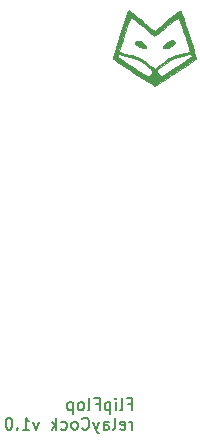
<source format=gbr>
G04 #@! TF.FileFunction,Legend,Bot*
%FSLAX46Y46*%
G04 Gerber Fmt 4.6, Leading zero omitted, Abs format (unit mm)*
G04 Created by KiCad (PCBNEW 4.0.4+e1-6308~48~ubuntu16.04.1-stable) date Mon Jan 22 19:58:00 2018*
%MOMM*%
%LPD*%
G01*
G04 APERTURE LIST*
%ADD10C,0.100000*%
%ADD11C,0.150000*%
%ADD12C,0.010000*%
G04 APERTURE END LIST*
D10*
D11*
X121653571Y-139743571D02*
X121986905Y-139743571D01*
X121986905Y-140267381D02*
X121986905Y-139267381D01*
X121510714Y-139267381D01*
X120986905Y-140267381D02*
X121082143Y-140219762D01*
X121129762Y-140124524D01*
X121129762Y-139267381D01*
X120605952Y-140267381D02*
X120605952Y-139600714D01*
X120605952Y-139267381D02*
X120653571Y-139315000D01*
X120605952Y-139362619D01*
X120558333Y-139315000D01*
X120605952Y-139267381D01*
X120605952Y-139362619D01*
X120129762Y-139600714D02*
X120129762Y-140600714D01*
X120129762Y-139648333D02*
X120034524Y-139600714D01*
X119844047Y-139600714D01*
X119748809Y-139648333D01*
X119701190Y-139695952D01*
X119653571Y-139791190D01*
X119653571Y-140076905D01*
X119701190Y-140172143D01*
X119748809Y-140219762D01*
X119844047Y-140267381D01*
X120034524Y-140267381D01*
X120129762Y-140219762D01*
X118891666Y-139743571D02*
X119225000Y-139743571D01*
X119225000Y-140267381D02*
X119225000Y-139267381D01*
X118748809Y-139267381D01*
X118225000Y-140267381D02*
X118320238Y-140219762D01*
X118367857Y-140124524D01*
X118367857Y-139267381D01*
X117701190Y-140267381D02*
X117796428Y-140219762D01*
X117844047Y-140172143D01*
X117891666Y-140076905D01*
X117891666Y-139791190D01*
X117844047Y-139695952D01*
X117796428Y-139648333D01*
X117701190Y-139600714D01*
X117558332Y-139600714D01*
X117463094Y-139648333D01*
X117415475Y-139695952D01*
X117367856Y-139791190D01*
X117367856Y-140076905D01*
X117415475Y-140172143D01*
X117463094Y-140219762D01*
X117558332Y-140267381D01*
X117701190Y-140267381D01*
X116939285Y-139600714D02*
X116939285Y-140600714D01*
X116939285Y-139648333D02*
X116844047Y-139600714D01*
X116653570Y-139600714D01*
X116558332Y-139648333D01*
X116510713Y-139695952D01*
X116463094Y-139791190D01*
X116463094Y-140076905D01*
X116510713Y-140172143D01*
X116558332Y-140219762D01*
X116653570Y-140267381D01*
X116844047Y-140267381D01*
X116939285Y-140219762D01*
X121986905Y-141917381D02*
X121986905Y-141250714D01*
X121986905Y-141441190D02*
X121939286Y-141345952D01*
X121891667Y-141298333D01*
X121796429Y-141250714D01*
X121701190Y-141250714D01*
X120986904Y-141869762D02*
X121082142Y-141917381D01*
X121272619Y-141917381D01*
X121367857Y-141869762D01*
X121415476Y-141774524D01*
X121415476Y-141393571D01*
X121367857Y-141298333D01*
X121272619Y-141250714D01*
X121082142Y-141250714D01*
X120986904Y-141298333D01*
X120939285Y-141393571D01*
X120939285Y-141488810D01*
X121415476Y-141584048D01*
X120367857Y-141917381D02*
X120463095Y-141869762D01*
X120510714Y-141774524D01*
X120510714Y-140917381D01*
X119558332Y-141917381D02*
X119558332Y-141393571D01*
X119605951Y-141298333D01*
X119701189Y-141250714D01*
X119891666Y-141250714D01*
X119986904Y-141298333D01*
X119558332Y-141869762D02*
X119653570Y-141917381D01*
X119891666Y-141917381D01*
X119986904Y-141869762D01*
X120034523Y-141774524D01*
X120034523Y-141679286D01*
X119986904Y-141584048D01*
X119891666Y-141536429D01*
X119653570Y-141536429D01*
X119558332Y-141488810D01*
X119177380Y-141250714D02*
X118939285Y-141917381D01*
X118701189Y-141250714D02*
X118939285Y-141917381D01*
X119034523Y-142155476D01*
X119082142Y-142203095D01*
X119177380Y-142250714D01*
X117748808Y-141822143D02*
X117796427Y-141869762D01*
X117939284Y-141917381D01*
X118034522Y-141917381D01*
X118177380Y-141869762D01*
X118272618Y-141774524D01*
X118320237Y-141679286D01*
X118367856Y-141488810D01*
X118367856Y-141345952D01*
X118320237Y-141155476D01*
X118272618Y-141060238D01*
X118177380Y-140965000D01*
X118034522Y-140917381D01*
X117939284Y-140917381D01*
X117796427Y-140965000D01*
X117748808Y-141012619D01*
X117177380Y-141917381D02*
X117272618Y-141869762D01*
X117320237Y-141822143D01*
X117367856Y-141726905D01*
X117367856Y-141441190D01*
X117320237Y-141345952D01*
X117272618Y-141298333D01*
X117177380Y-141250714D01*
X117034522Y-141250714D01*
X116939284Y-141298333D01*
X116891665Y-141345952D01*
X116844046Y-141441190D01*
X116844046Y-141726905D01*
X116891665Y-141822143D01*
X116939284Y-141869762D01*
X117034522Y-141917381D01*
X117177380Y-141917381D01*
X115986903Y-141869762D02*
X116082141Y-141917381D01*
X116272618Y-141917381D01*
X116367856Y-141869762D01*
X116415475Y-141822143D01*
X116463094Y-141726905D01*
X116463094Y-141441190D01*
X116415475Y-141345952D01*
X116367856Y-141298333D01*
X116272618Y-141250714D01*
X116082141Y-141250714D01*
X115986903Y-141298333D01*
X115558332Y-141917381D02*
X115558332Y-140917381D01*
X115463094Y-141536429D02*
X115177379Y-141917381D01*
X115177379Y-141250714D02*
X115558332Y-141631667D01*
X114082141Y-141250714D02*
X113844046Y-141917381D01*
X113605950Y-141250714D01*
X112701188Y-141917381D02*
X113272617Y-141917381D01*
X112986903Y-141917381D02*
X112986903Y-140917381D01*
X113082141Y-141060238D01*
X113177379Y-141155476D01*
X113272617Y-141203095D01*
X112272617Y-141822143D02*
X112224998Y-141869762D01*
X112272617Y-141917381D01*
X112320236Y-141869762D01*
X112272617Y-141822143D01*
X112272617Y-141917381D01*
X111605951Y-140917381D02*
X111510712Y-140917381D01*
X111415474Y-140965000D01*
X111367855Y-141012619D01*
X111320236Y-141107857D01*
X111272617Y-141298333D01*
X111272617Y-141536429D01*
X111320236Y-141726905D01*
X111367855Y-141822143D01*
X111415474Y-141869762D01*
X111510712Y-141917381D01*
X111605951Y-141917381D01*
X111701189Y-141869762D01*
X111748808Y-141822143D01*
X111796427Y-141726905D01*
X111844046Y-141536429D01*
X111844046Y-141298333D01*
X111796427Y-141107857D01*
X111748808Y-141012619D01*
X111701189Y-140965000D01*
X111605951Y-140917381D01*
D12*
G36*
X121641767Y-106470991D02*
X121559826Y-106688239D01*
X121441280Y-107023838D01*
X121293592Y-107456315D01*
X121124226Y-107964194D01*
X120969479Y-108437025D01*
X120761952Y-109081907D01*
X120605004Y-109584441D01*
X120494083Y-109962385D01*
X120424633Y-110233497D01*
X120392101Y-110415537D01*
X120391932Y-110526261D01*
X120419146Y-110583038D01*
X120514713Y-110652408D01*
X120724871Y-110794307D01*
X121025809Y-110993369D01*
X121393719Y-111234226D01*
X121804792Y-111501511D01*
X122235216Y-111779858D01*
X122661184Y-112053899D01*
X123058886Y-112308268D01*
X123404511Y-112527596D01*
X123674251Y-112696518D01*
X123844297Y-112799667D01*
X123892215Y-112824614D01*
X123967439Y-112779795D01*
X124164642Y-112655224D01*
X124463966Y-112463646D01*
X124845550Y-112217803D01*
X125289536Y-111930439D01*
X125607260Y-111724121D01*
X126085761Y-111411910D01*
X126518180Y-111127675D01*
X126883777Y-110885218D01*
X127161809Y-110698345D01*
X127331535Y-110580859D01*
X127373608Y-110548592D01*
X127365828Y-110454750D01*
X127320984Y-110265833D01*
X127007682Y-110265833D01*
X126932901Y-110375514D01*
X126710806Y-110563605D01*
X126343377Y-110828608D01*
X125832592Y-111169024D01*
X125716515Y-111244025D01*
X124426333Y-112074050D01*
X124235833Y-111853137D01*
X124106896Y-111684441D01*
X124052969Y-111580438D01*
X123706667Y-111580438D01*
X123653278Y-111702825D01*
X123525741Y-111865673D01*
X123459213Y-111938416D01*
X123400039Y-111986717D01*
X123327803Y-112001609D01*
X123222087Y-111974125D01*
X123062473Y-111895298D01*
X122828545Y-111756161D01*
X122499884Y-111547747D01*
X122056073Y-111261088D01*
X121859006Y-111133667D01*
X121371687Y-110808992D01*
X121020411Y-110552986D01*
X120809805Y-110369253D01*
X120744237Y-110265833D01*
X120766866Y-110140000D01*
X120792727Y-110117667D01*
X120915565Y-110138770D01*
X121154088Y-110193873D01*
X121461102Y-110270666D01*
X121789414Y-110356840D01*
X122091830Y-110440086D01*
X122321157Y-110508093D01*
X122414329Y-110540631D01*
X122586137Y-110637635D01*
X122821948Y-110800834D01*
X123085610Y-111001142D01*
X123340973Y-111209471D01*
X123551886Y-111396735D01*
X123682199Y-111533847D01*
X123706667Y-111580438D01*
X124052969Y-111580438D01*
X124046047Y-111567089D01*
X124045333Y-111560007D01*
X124106835Y-111483403D01*
X124267214Y-111334643D01*
X124490288Y-111143706D01*
X124739871Y-110940571D01*
X124979778Y-110755218D01*
X125173824Y-110617625D01*
X125211434Y-110593896D01*
X125341611Y-110541810D01*
X125588577Y-110462223D01*
X125904789Y-110368490D01*
X126242707Y-110273968D01*
X126554787Y-110192013D01*
X126793488Y-110135983D01*
X126902833Y-110118718D01*
X126991920Y-110187270D01*
X127007682Y-110265833D01*
X127320984Y-110265833D01*
X127311818Y-110227220D01*
X127232050Y-109936575D01*
X126907167Y-109936575D01*
X126090084Y-110132922D01*
X125690603Y-110235735D01*
X125392307Y-110337779D01*
X125133746Y-110468683D01*
X124853471Y-110658079D01*
X124595667Y-110853537D01*
X124309371Y-111073575D01*
X124077072Y-111249173D01*
X123928414Y-111358094D01*
X123890185Y-111382735D01*
X123815657Y-111336549D01*
X123638024Y-111208292D01*
X123387592Y-111020179D01*
X123212852Y-110886167D01*
X122883234Y-110641244D01*
X122610870Y-110472101D01*
X122333347Y-110348728D01*
X121988255Y-110241114D01*
X121731344Y-110173789D01*
X121380974Y-110082905D01*
X121098789Y-110005710D01*
X120920598Y-109952234D01*
X120877032Y-109934455D01*
X120890844Y-109844217D01*
X120950278Y-109626235D01*
X121045118Y-109311440D01*
X121165142Y-108930761D01*
X121300134Y-108515130D01*
X121439873Y-108095476D01*
X121574141Y-107702732D01*
X121692720Y-107367827D01*
X121785389Y-107121692D01*
X121841930Y-106995257D01*
X121851478Y-106985000D01*
X121934676Y-107037063D01*
X122121762Y-107180309D01*
X122388397Y-107395329D01*
X122710240Y-107662709D01*
X122860000Y-107789333D01*
X123198112Y-108073298D01*
X123491477Y-108313277D01*
X123715764Y-108489860D01*
X123846644Y-108583636D01*
X123868178Y-108593667D01*
X123951348Y-108541811D01*
X124138895Y-108399063D01*
X124406560Y-108184655D01*
X124730084Y-107917815D01*
X124888831Y-107784573D01*
X125228421Y-107505675D01*
X125523604Y-107277670D01*
X125750412Y-107117957D01*
X125884874Y-107043937D01*
X125909393Y-107043740D01*
X125954978Y-107142957D01*
X126043117Y-107375783D01*
X126163996Y-107714797D01*
X126307804Y-108132573D01*
X126439136Y-108524287D01*
X126907167Y-109936575D01*
X127232050Y-109936575D01*
X127219978Y-109892591D01*
X127098705Y-109477454D01*
X126956398Y-109008401D01*
X126801456Y-108512021D01*
X126642276Y-108014907D01*
X126487257Y-107543647D01*
X126344797Y-107124834D01*
X126223294Y-106785057D01*
X126131147Y-106550908D01*
X126079717Y-106451858D01*
X125998253Y-106481050D01*
X125812030Y-106604927D01*
X125543721Y-106806663D01*
X125216001Y-107069435D01*
X124968458Y-107276376D01*
X124613364Y-107575902D01*
X124304324Y-107832609D01*
X124063791Y-108028162D01*
X123914220Y-108144227D01*
X123876000Y-108168393D01*
X123800322Y-108116585D01*
X123618187Y-107973313D01*
X123352118Y-107756832D01*
X123024638Y-107485394D01*
X122780306Y-107280375D01*
X122423741Y-106982171D01*
X122112905Y-106726756D01*
X121870439Y-106532372D01*
X121718985Y-106417261D01*
X121679640Y-106393570D01*
X121641767Y-106470991D01*
X121641767Y-106470991D01*
G37*
X121641767Y-106470991D02*
X121559826Y-106688239D01*
X121441280Y-107023838D01*
X121293592Y-107456315D01*
X121124226Y-107964194D01*
X120969479Y-108437025D01*
X120761952Y-109081907D01*
X120605004Y-109584441D01*
X120494083Y-109962385D01*
X120424633Y-110233497D01*
X120392101Y-110415537D01*
X120391932Y-110526261D01*
X120419146Y-110583038D01*
X120514713Y-110652408D01*
X120724871Y-110794307D01*
X121025809Y-110993369D01*
X121393719Y-111234226D01*
X121804792Y-111501511D01*
X122235216Y-111779858D01*
X122661184Y-112053899D01*
X123058886Y-112308268D01*
X123404511Y-112527596D01*
X123674251Y-112696518D01*
X123844297Y-112799667D01*
X123892215Y-112824614D01*
X123967439Y-112779795D01*
X124164642Y-112655224D01*
X124463966Y-112463646D01*
X124845550Y-112217803D01*
X125289536Y-111930439D01*
X125607260Y-111724121D01*
X126085761Y-111411910D01*
X126518180Y-111127675D01*
X126883777Y-110885218D01*
X127161809Y-110698345D01*
X127331535Y-110580859D01*
X127373608Y-110548592D01*
X127365828Y-110454750D01*
X127320984Y-110265833D01*
X127007682Y-110265833D01*
X126932901Y-110375514D01*
X126710806Y-110563605D01*
X126343377Y-110828608D01*
X125832592Y-111169024D01*
X125716515Y-111244025D01*
X124426333Y-112074050D01*
X124235833Y-111853137D01*
X124106896Y-111684441D01*
X124052969Y-111580438D01*
X123706667Y-111580438D01*
X123653278Y-111702825D01*
X123525741Y-111865673D01*
X123459213Y-111938416D01*
X123400039Y-111986717D01*
X123327803Y-112001609D01*
X123222087Y-111974125D01*
X123062473Y-111895298D01*
X122828545Y-111756161D01*
X122499884Y-111547747D01*
X122056073Y-111261088D01*
X121859006Y-111133667D01*
X121371687Y-110808992D01*
X121020411Y-110552986D01*
X120809805Y-110369253D01*
X120744237Y-110265833D01*
X120766866Y-110140000D01*
X120792727Y-110117667D01*
X120915565Y-110138770D01*
X121154088Y-110193873D01*
X121461102Y-110270666D01*
X121789414Y-110356840D01*
X122091830Y-110440086D01*
X122321157Y-110508093D01*
X122414329Y-110540631D01*
X122586137Y-110637635D01*
X122821948Y-110800834D01*
X123085610Y-111001142D01*
X123340973Y-111209471D01*
X123551886Y-111396735D01*
X123682199Y-111533847D01*
X123706667Y-111580438D01*
X124052969Y-111580438D01*
X124046047Y-111567089D01*
X124045333Y-111560007D01*
X124106835Y-111483403D01*
X124267214Y-111334643D01*
X124490288Y-111143706D01*
X124739871Y-110940571D01*
X124979778Y-110755218D01*
X125173824Y-110617625D01*
X125211434Y-110593896D01*
X125341611Y-110541810D01*
X125588577Y-110462223D01*
X125904789Y-110368490D01*
X126242707Y-110273968D01*
X126554787Y-110192013D01*
X126793488Y-110135983D01*
X126902833Y-110118718D01*
X126991920Y-110187270D01*
X127007682Y-110265833D01*
X127320984Y-110265833D01*
X127311818Y-110227220D01*
X127232050Y-109936575D01*
X126907167Y-109936575D01*
X126090084Y-110132922D01*
X125690603Y-110235735D01*
X125392307Y-110337779D01*
X125133746Y-110468683D01*
X124853471Y-110658079D01*
X124595667Y-110853537D01*
X124309371Y-111073575D01*
X124077072Y-111249173D01*
X123928414Y-111358094D01*
X123890185Y-111382735D01*
X123815657Y-111336549D01*
X123638024Y-111208292D01*
X123387592Y-111020179D01*
X123212852Y-110886167D01*
X122883234Y-110641244D01*
X122610870Y-110472101D01*
X122333347Y-110348728D01*
X121988255Y-110241114D01*
X121731344Y-110173789D01*
X121380974Y-110082905D01*
X121098789Y-110005710D01*
X120920598Y-109952234D01*
X120877032Y-109934455D01*
X120890844Y-109844217D01*
X120950278Y-109626235D01*
X121045118Y-109311440D01*
X121165142Y-108930761D01*
X121300134Y-108515130D01*
X121439873Y-108095476D01*
X121574141Y-107702732D01*
X121692720Y-107367827D01*
X121785389Y-107121692D01*
X121841930Y-106995257D01*
X121851478Y-106985000D01*
X121934676Y-107037063D01*
X122121762Y-107180309D01*
X122388397Y-107395329D01*
X122710240Y-107662709D01*
X122860000Y-107789333D01*
X123198112Y-108073298D01*
X123491477Y-108313277D01*
X123715764Y-108489860D01*
X123846644Y-108583636D01*
X123868178Y-108593667D01*
X123951348Y-108541811D01*
X124138895Y-108399063D01*
X124406560Y-108184655D01*
X124730084Y-107917815D01*
X124888831Y-107784573D01*
X125228421Y-107505675D01*
X125523604Y-107277670D01*
X125750412Y-107117957D01*
X125884874Y-107043937D01*
X125909393Y-107043740D01*
X125954978Y-107142957D01*
X126043117Y-107375783D01*
X126163996Y-107714797D01*
X126307804Y-108132573D01*
X126439136Y-108524287D01*
X126907167Y-109936575D01*
X127232050Y-109936575D01*
X127219978Y-109892591D01*
X127098705Y-109477454D01*
X126956398Y-109008401D01*
X126801456Y-108512021D01*
X126642276Y-108014907D01*
X126487257Y-107543647D01*
X126344797Y-107124834D01*
X126223294Y-106785057D01*
X126131147Y-106550908D01*
X126079717Y-106451858D01*
X125998253Y-106481050D01*
X125812030Y-106604927D01*
X125543721Y-106806663D01*
X125216001Y-107069435D01*
X124968458Y-107276376D01*
X124613364Y-107575902D01*
X124304324Y-107832609D01*
X124063791Y-108028162D01*
X123914220Y-108144227D01*
X123876000Y-108168393D01*
X123800322Y-108116585D01*
X123618187Y-107973313D01*
X123352118Y-107756832D01*
X123024638Y-107485394D01*
X122780306Y-107280375D01*
X122423741Y-106982171D01*
X122112905Y-106726756D01*
X121870439Y-106532372D01*
X121718985Y-106417261D01*
X121679640Y-106393570D01*
X121641767Y-106470991D01*
G36*
X125163466Y-108983978D02*
X124964408Y-109111583D01*
X124762170Y-109274156D01*
X124608181Y-109430707D01*
X124553333Y-109533771D01*
X124625708Y-109583881D01*
X124799325Y-109601382D01*
X125008925Y-109584501D01*
X125146000Y-109549873D01*
X125299572Y-109460737D01*
X125462443Y-109331125D01*
X125586356Y-109183915D01*
X125575385Y-109069179D01*
X125557909Y-109045568D01*
X125396901Y-108947079D01*
X125307913Y-108932333D01*
X125163466Y-108983978D01*
X125163466Y-108983978D01*
G37*
X125163466Y-108983978D02*
X124964408Y-109111583D01*
X124762170Y-109274156D01*
X124608181Y-109430707D01*
X124553333Y-109533771D01*
X124625708Y-109583881D01*
X124799325Y-109601382D01*
X125008925Y-109584501D01*
X125146000Y-109549873D01*
X125299572Y-109460737D01*
X125462443Y-109331125D01*
X125586356Y-109183915D01*
X125575385Y-109069179D01*
X125557909Y-109045568D01*
X125396901Y-108947079D01*
X125307913Y-108932333D01*
X125163466Y-108983978D01*
G36*
X122283850Y-109018660D02*
X122193899Y-109121103D01*
X122249162Y-109269739D01*
X122452062Y-109437751D01*
X122667203Y-109537029D01*
X122896489Y-109597181D01*
X123088092Y-109610649D01*
X123190185Y-109569878D01*
X123195622Y-109546167D01*
X123144594Y-109444398D01*
X123022936Y-109275868D01*
X122996069Y-109242468D01*
X122753970Y-109043668D01*
X122515347Y-108988468D01*
X122283850Y-109018660D01*
X122283850Y-109018660D01*
G37*
X122283850Y-109018660D02*
X122193899Y-109121103D01*
X122249162Y-109269739D01*
X122452062Y-109437751D01*
X122667203Y-109537029D01*
X122896489Y-109597181D01*
X123088092Y-109610649D01*
X123190185Y-109569878D01*
X123195622Y-109546167D01*
X123144594Y-109444398D01*
X123022936Y-109275868D01*
X122996069Y-109242468D01*
X122753970Y-109043668D01*
X122515347Y-108988468D01*
X122283850Y-109018660D01*
M02*

</source>
